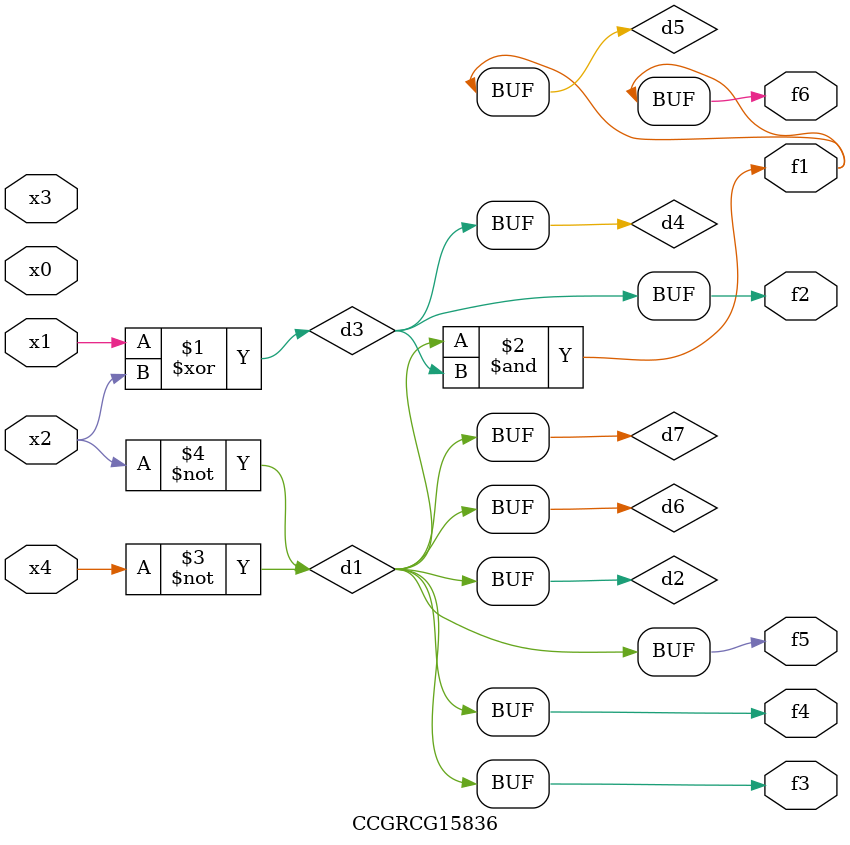
<source format=v>
module CCGRCG15836(
	input x0, x1, x2, x3, x4,
	output f1, f2, f3, f4, f5, f6
);

	wire d1, d2, d3, d4, d5, d6, d7;

	not (d1, x4);
	not (d2, x2);
	xor (d3, x1, x2);
	buf (d4, d3);
	and (d5, d1, d3);
	buf (d6, d1, d2);
	buf (d7, d2);
	assign f1 = d5;
	assign f2 = d4;
	assign f3 = d7;
	assign f4 = d7;
	assign f5 = d7;
	assign f6 = d5;
endmodule

</source>
